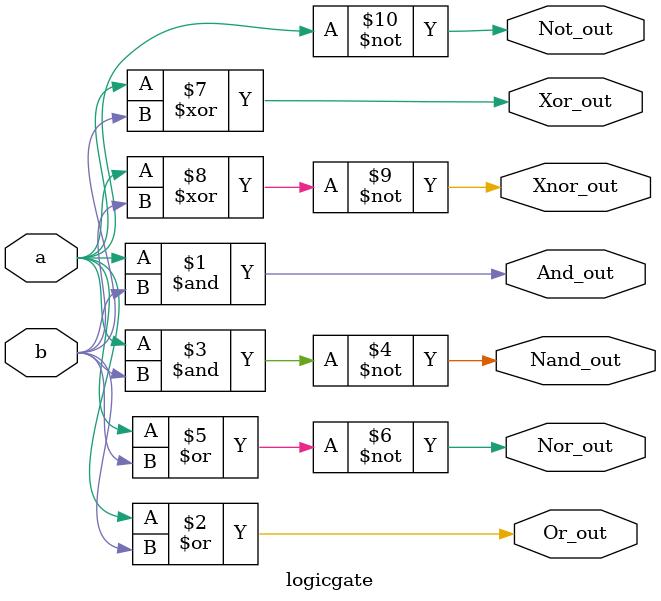
<source format=v>
module logicgate(
  input a, b,
  output And_out, Or_out, Not_out, Nand_out, Nor_out, Xor_out, Xnor_out
);

  and  (And_out, a, b);
  or   (Or_out, a, b);
  not  (Not_out, a);
  nand (Nand_out, a, b);
  nor  (Nor_out, a, b);
  xor  (Xor_out, a, b);
  xnor (Xnor_out, a, b);

endmodule

</source>
